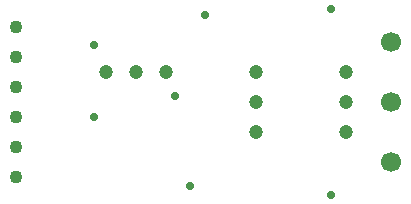
<source format=gbr>
%TF.GenerationSoftware,Altium Limited,Altium Designer,21.3.0 (21)*%
G04 Layer_Color=0*
%FSLAX45Y45*%
%MOMM*%
%TF.SameCoordinates,FC24DA46-C209-461C-A341-196A143AB96F*%
%TF.FilePolarity,Positive*%
%TF.FileFunction,Plated,1,2,PTH,Drill*%
%TF.Part,Single*%
G01*
G75*
%TA.AperFunction,ComponentDrill*%
%ADD48C,1.10000*%
%ADD49C,1.70000*%
%ADD50C,1.20000*%
%ADD51C,1.20000*%
%TA.AperFunction,ViaDrill,NotFilled*%
%ADD52C,0.71120*%
D48*
X22860001Y19177000D02*
D03*
Y19431000D02*
D03*
Y19685001D02*
D03*
Y19939000D02*
D03*
Y20447000D02*
D03*
Y20192999D02*
D03*
D49*
X26035001Y19303999D02*
D03*
Y19812000D02*
D03*
Y20320000D02*
D03*
D50*
X25654001Y20066000D02*
D03*
Y19812000D02*
D03*
Y19558000D02*
D03*
X24892000D02*
D03*
Y19812000D02*
D03*
Y20066000D02*
D03*
D51*
X24130000D02*
D03*
X23875999D02*
D03*
X23622000D02*
D03*
D52*
X23520399Y19685001D02*
D03*
Y20294600D02*
D03*
X24206200Y19862801D02*
D03*
X24333200Y19100800D02*
D03*
X24460201Y20548599D02*
D03*
X25527000Y19024600D02*
D03*
Y20599400D02*
D03*
%TF.MD5,0be46e7224f2928c4bff5aac8fff2c2c*%
M02*

</source>
